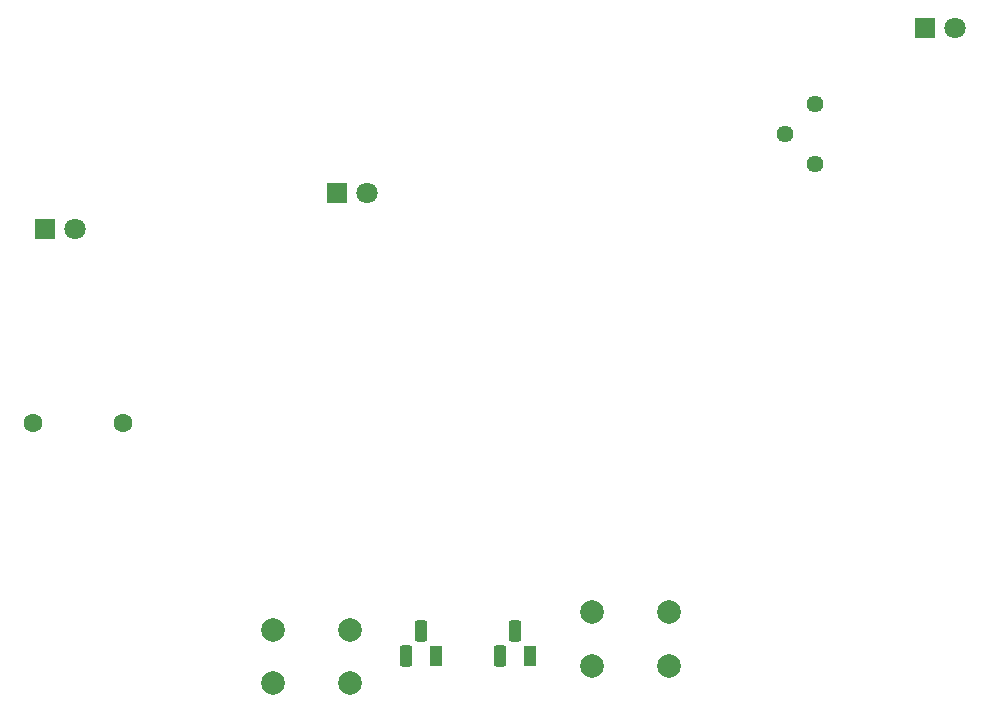
<source format=gbr>
%TF.GenerationSoftware,KiCad,Pcbnew,9.0.2*%
%TF.CreationDate,2025-05-13T19:13:25+05:30*%
%TF.ProjectId,transisted,7472616e-7369-4737-9465-642e6b696361,rev?*%
%TF.SameCoordinates,Original*%
%TF.FileFunction,Soldermask,Top*%
%TF.FilePolarity,Negative*%
%FSLAX46Y46*%
G04 Gerber Fmt 4.6, Leading zero omitted, Abs format (unit mm)*
G04 Created by KiCad (PCBNEW 9.0.2) date 2025-05-13 19:13:25*
%MOMM*%
%LPD*%
G01*
G04 APERTURE LIST*
G04 Aperture macros list*
%AMRoundRect*
0 Rectangle with rounded corners*
0 $1 Rounding radius*
0 $2 $3 $4 $5 $6 $7 $8 $9 X,Y pos of 4 corners*
0 Add a 4 corners polygon primitive as box body*
4,1,4,$2,$3,$4,$5,$6,$7,$8,$9,$2,$3,0*
0 Add four circle primitives for the rounded corners*
1,1,$1+$1,$2,$3*
1,1,$1+$1,$4,$5*
1,1,$1+$1,$6,$7*
1,1,$1+$1,$8,$9*
0 Add four rect primitives between the rounded corners*
20,1,$1+$1,$2,$3,$4,$5,0*
20,1,$1+$1,$4,$5,$6,$7,0*
20,1,$1+$1,$6,$7,$8,$9,0*
20,1,$1+$1,$8,$9,$2,$3,0*%
G04 Aperture macros list end*
%ADD10C,2.000000*%
%ADD11C,1.440000*%
%ADD12C,1.600000*%
%ADD13R,1.100000X1.800000*%
%ADD14RoundRect,0.275000X0.275000X0.625000X-0.275000X0.625000X-0.275000X-0.625000X0.275000X-0.625000X0*%
%ADD15R,1.800000X1.800000*%
%ADD16C,1.800000*%
G04 APERTURE END LIST*
D10*
%TO.C,SW2*%
X77000000Y-103500000D03*
X70500000Y-103500000D03*
X77000000Y-108000000D03*
X70500000Y-108000000D03*
%TD*%
%TO.C,SW1*%
X104000000Y-102000000D03*
X97500000Y-102000000D03*
X104000000Y-106500000D03*
X97500000Y-106500000D03*
%TD*%
D11*
%TO.C,RV1*%
X116440000Y-64040000D03*
X113900000Y-61500000D03*
X116440000Y-58960000D03*
%TD*%
D12*
%TO.C,R1*%
X57810000Y-86000000D03*
X50190000Y-86000000D03*
%TD*%
D13*
%TO.C,Q2*%
X84270000Y-105670000D03*
D14*
X83000000Y-103600000D03*
X81730000Y-105670000D03*
%TD*%
D13*
%TO.C,Q1*%
X92270000Y-105670000D03*
D14*
X91000000Y-103600000D03*
X89730000Y-105670000D03*
%TD*%
D15*
%TO.C,D3*%
X125725000Y-52500000D03*
D16*
X128265000Y-52500000D03*
%TD*%
D15*
%TO.C,D2*%
X51225000Y-69500000D03*
D16*
X53765000Y-69500000D03*
%TD*%
D15*
%TO.C,D1*%
X75960000Y-66500000D03*
D16*
X78500000Y-66500000D03*
%TD*%
M02*

</source>
